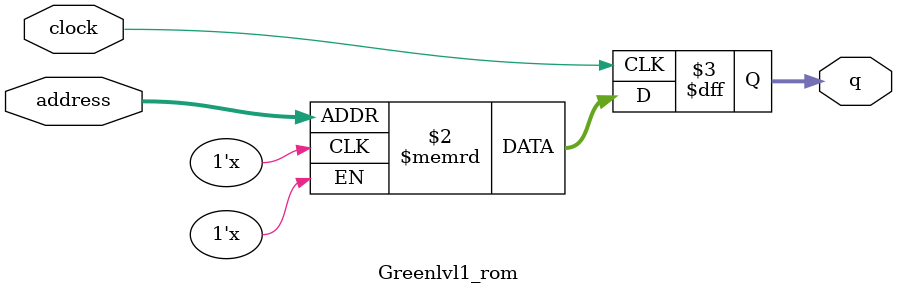
<source format=sv>
module Greenlvl1_rom (
	input logic clock,
	input logic [17:0] address,
	output logic [3:0] q
);

logic [3:0] memory [0:195299] /* synthesis ram_init_file = "C:\Users\David\Desktop\ECE385\Final\Lab_6\levels\Green1\Greenlvl1.mif" */;

always_ff @ (posedge clock) begin
	q <= memory[address];
end

endmodule

</source>
